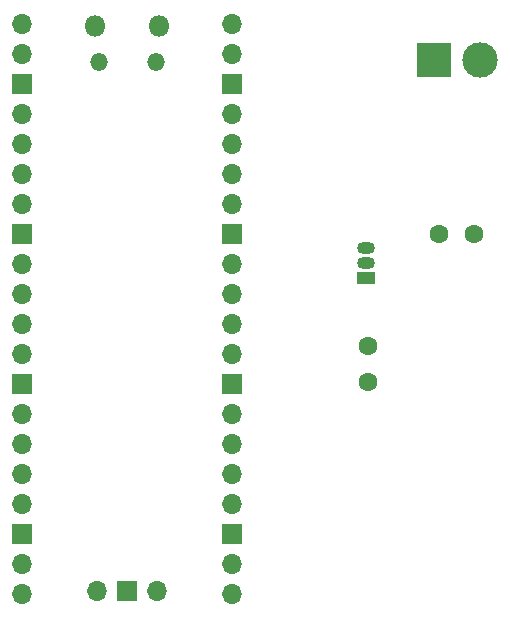
<source format=gbr>
%TF.GenerationSoftware,KiCad,Pcbnew,8.0.0*%
%TF.CreationDate,2024-03-28T11:04:24-03:00*%
%TF.ProjectId,PonderadaSemana6,506f6e64-6572-4616-9461-53656d616e61,rev?*%
%TF.SameCoordinates,Original*%
%TF.FileFunction,Soldermask,Bot*%
%TF.FilePolarity,Negative*%
%FSLAX46Y46*%
G04 Gerber Fmt 4.6, Leading zero omitted, Abs format (unit mm)*
G04 Created by KiCad (PCBNEW 8.0.0) date 2024-03-28 11:04:24*
%MOMM*%
%LPD*%
G01*
G04 APERTURE LIST*
%ADD10O,1.800000X1.800000*%
%ADD11O,1.500000X1.500000*%
%ADD12O,1.700000X1.700000*%
%ADD13R,1.700000X1.700000*%
%ADD14C,1.600000*%
%ADD15R,1.500000X1.050000*%
%ADD16O,1.500000X1.050000*%
%ADD17R,3.000000X3.000000*%
%ADD18C,3.000000*%
G04 APERTURE END LIST*
D10*
%TO.C,U2*%
X122385000Y-73870000D03*
D11*
X122685000Y-76900000D03*
X127535000Y-76900000D03*
D10*
X127835000Y-73870000D03*
D12*
X116220000Y-73740000D03*
X116220000Y-76280000D03*
D13*
X116220000Y-78820000D03*
D12*
X116220000Y-81360000D03*
X116220000Y-83900000D03*
X116220000Y-86440000D03*
X116220000Y-88980000D03*
D13*
X116220000Y-91520000D03*
D12*
X116220000Y-94060000D03*
X116220000Y-96600000D03*
X116220000Y-99140000D03*
X116220000Y-101680000D03*
D13*
X116220000Y-104220000D03*
D12*
X116220000Y-106760000D03*
X116220000Y-109300000D03*
X116220000Y-111840000D03*
X116220000Y-114380000D03*
D13*
X116220000Y-116920000D03*
D12*
X116220000Y-119460000D03*
X116220000Y-122000000D03*
X134000000Y-122000000D03*
X134000000Y-119460000D03*
D13*
X134000000Y-116920000D03*
D12*
X134000000Y-114380000D03*
X134000000Y-111840000D03*
X134000000Y-109300000D03*
X134000000Y-106760000D03*
D13*
X134000000Y-104220000D03*
D12*
X134000000Y-101680000D03*
X134000000Y-99140000D03*
X134000000Y-96600000D03*
X134000000Y-94060000D03*
D13*
X134000000Y-91520000D03*
D12*
X134000000Y-88980000D03*
X134000000Y-86440000D03*
X134000000Y-83900000D03*
X134000000Y-81360000D03*
D13*
X134000000Y-78820000D03*
D12*
X134000000Y-76280000D03*
X134000000Y-73740000D03*
X122570000Y-121770000D03*
D13*
X125110000Y-121770000D03*
D12*
X127650000Y-121770000D03*
%TD*%
D14*
%TO.C,R7*%
X145500000Y-104000000D03*
X145500000Y-101000000D03*
%TD*%
%TO.C,R5*%
X151500000Y-91500000D03*
X154500000Y-91500000D03*
%TD*%
D15*
%TO.C,Q2*%
X145360000Y-95270000D03*
D16*
X145360000Y-94000000D03*
X145360000Y-92730000D03*
%TD*%
D17*
%TO.C,J1*%
X151092500Y-76750000D03*
D18*
X154972500Y-76750000D03*
%TD*%
M02*

</source>
